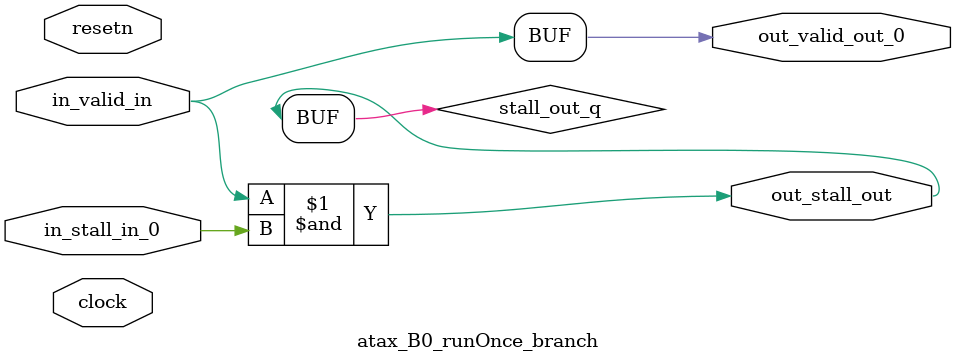
<source format=sv>



(* altera_attribute = "-name AUTO_SHIFT_REGISTER_RECOGNITION OFF; -name MESSAGE_DISABLE 10036; -name MESSAGE_DISABLE 10037; -name MESSAGE_DISABLE 14130; -name MESSAGE_DISABLE 14320; -name MESSAGE_DISABLE 15400; -name MESSAGE_DISABLE 14130; -name MESSAGE_DISABLE 10036; -name MESSAGE_DISABLE 12020; -name MESSAGE_DISABLE 12030; -name MESSAGE_DISABLE 12010; -name MESSAGE_DISABLE 12110; -name MESSAGE_DISABLE 14320; -name MESSAGE_DISABLE 13410; -name MESSAGE_DISABLE 113007; -name MESSAGE_DISABLE 10958" *)
module atax_B0_runOnce_branch (
    input wire [0:0] in_stall_in_0,
    input wire [0:0] in_valid_in,
    output wire [0:0] out_stall_out,
    output wire [0:0] out_valid_out_0,
    input wire clock,
    input wire resetn
    );

    wire [0:0] stall_out_q;


    // stall_out(LOGICAL,6)
    assign stall_out_q = in_valid_in & in_stall_in_0;

    // out_stall_out(GPOUT,4)
    assign out_stall_out = stall_out_q;

    // out_valid_out_0(GPOUT,5)
    assign out_valid_out_0 = in_valid_in;

endmodule

</source>
